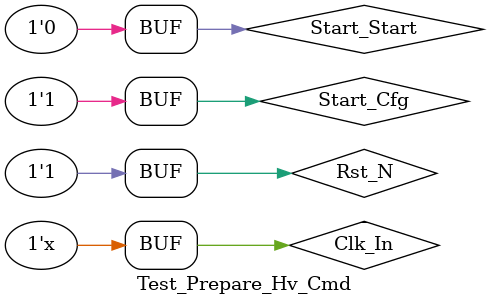
<source format=v>
`timescale 1ns / 1ps


module Test_Prepare_Hv_Cmd(

    );

	localparam [56:1] HV_7BYTE = 56'h48_42_56_31_32_33_34; //"HBV1234"
	
	reg Clk_In;
	reg Rst_N;
	reg	Start_Cfg;
	reg Start_Start;


	initial
	begin
		Clk_In  = 1'b0;
		Rst_N = 1'b0;
		Start_Cfg = 1'b0;
		Start_Start = 1'b0;
		#200
		Rst_N = 1'b1;
		#50
		Start_Cfg = 1'b1;


	end		

	always @ (*)
	begin
		#12.5
		Clk_In <= ~Clk_In; //40MHz Clk
	end		

 Prepare_Hv_Cmd Prepare_Hv_Cmd_Inst(
     .Clk_In(Clk_In),//40MHz
     .Rst_N(Rst_N),
     .Start_Cfg(Start_Cfg),//Start Cfg Hv
		 .Start_Stop_Hv(Start_Start),//Start_Stop_Hv
     .In_Hv_7Byte(HV_7BYTE),//7byte value HBV_ _ _ _
     .In_Flag_Start(1'b0), //Set Start or Stop
     .Out_Cmd(),//to Hv_Control
     .Out_En()
    );
	endmodule

</source>
